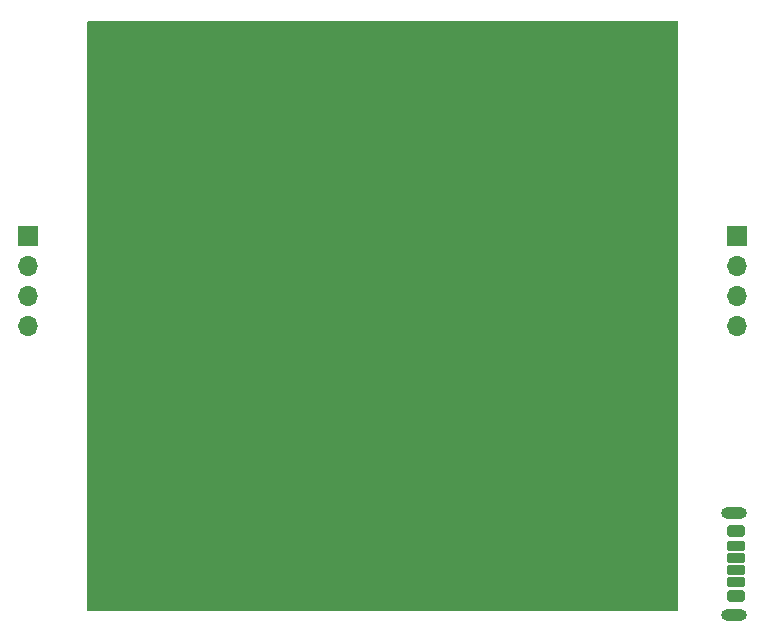
<source format=gbr>
G04 #@! TF.GenerationSoftware,KiCad,Pcbnew,7.0.8*
G04 #@! TF.CreationDate,2023-11-05T18:38:43+01:00*
G04 #@! TF.ProjectId,Middle,4d696464-6c65-42e6-9b69-6361645f7063,rev?*
G04 #@! TF.SameCoordinates,Original*
G04 #@! TF.FileFunction,Soldermask,Bot*
G04 #@! TF.FilePolarity,Negative*
%FSLAX46Y46*%
G04 Gerber Fmt 4.6, Leading zero omitted, Abs format (unit mm)*
G04 Created by KiCad (PCBNEW 7.0.8) date 2023-11-05 18:38:43*
%MOMM*%
%LPD*%
G01*
G04 APERTURE LIST*
G04 Aperture macros list*
%AMRoundRect*
0 Rectangle with rounded corners*
0 $1 Rounding radius*
0 $2 $3 $4 $5 $6 $7 $8 $9 X,Y pos of 4 corners*
0 Add a 4 corners polygon primitive as box body*
4,1,4,$2,$3,$4,$5,$6,$7,$8,$9,$2,$3,0*
0 Add four circle primitives for the rounded corners*
1,1,$1+$1,$2,$3*
1,1,$1+$1,$4,$5*
1,1,$1+$1,$6,$7*
1,1,$1+$1,$8,$9*
0 Add four rect primitives between the rounded corners*
20,1,$1+$1,$2,$3,$4,$5,0*
20,1,$1+$1,$4,$5,$6,$7,0*
20,1,$1+$1,$6,$7,$8,$9,0*
20,1,$1+$1,$8,$9,$2,$3,0*%
G04 Aperture macros list end*
%ADD10R,1.700000X1.700000*%
%ADD11O,1.700000X1.700000*%
%ADD12RoundRect,0.205000X0.557000X-0.205000X0.557000X0.205000X-0.557000X0.205000X-0.557000X-0.205000X0*%
%ADD13RoundRect,0.215500X0.546500X-0.215500X0.546500X0.215500X-0.546500X0.215500X-0.546500X-0.215500X0*%
%ADD14RoundRect,0.250000X0.512000X-0.250000X0.512000X0.250000X-0.512000X0.250000X-0.512000X-0.250000X0*%
%ADD15O,2.200000X1.000000*%
G04 APERTURE END LIST*
D10*
X160000000Y-106200000D03*
D11*
X160000000Y-108740000D03*
X160000000Y-111280000D03*
X160000000Y-113820000D03*
D10*
X100000000Y-106200000D03*
D11*
X100000000Y-108740000D03*
X100000000Y-111280000D03*
X100000000Y-113820000D03*
D12*
X159900000Y-134500000D03*
D13*
X159900000Y-132480000D03*
D14*
X159900000Y-131250000D03*
D12*
X159900000Y-133500000D03*
D13*
X159900000Y-135520000D03*
D14*
X159900000Y-136750000D03*
D15*
X159780000Y-138320000D03*
X159780000Y-129680000D03*
G36*
X154943039Y-88019685D02*
G01*
X154988794Y-88072489D01*
X155000000Y-88124000D01*
X155000000Y-137876000D01*
X154980315Y-137943039D01*
X154927511Y-137988794D01*
X154876000Y-138000000D01*
X105124000Y-138000000D01*
X105056961Y-137980315D01*
X105011206Y-137927511D01*
X105000000Y-137876000D01*
X105000000Y-88124000D01*
X105019685Y-88056961D01*
X105072489Y-88011206D01*
X105124000Y-88000000D01*
X154876000Y-88000000D01*
X154943039Y-88019685D01*
G37*
M02*

</source>
